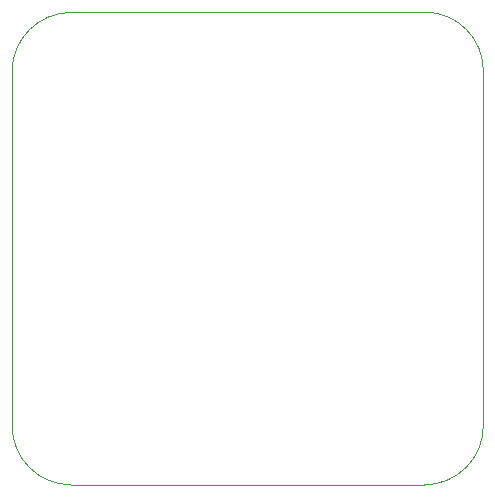
<source format=gbr>
%TF.GenerationSoftware,KiCad,Pcbnew,8.0.2*%
%TF.CreationDate,2024-12-27T17:59:50+11:00*%
%TF.ProjectId,Shutter-TestPlatform,53687574-7465-4722-9d54-657374506c61,rev?*%
%TF.SameCoordinates,Original*%
%TF.FileFunction,Profile,NP*%
%FSLAX46Y46*%
G04 Gerber Fmt 4.6, Leading zero omitted, Abs format (unit mm)*
G04 Created by KiCad (PCBNEW 8.0.2) date 2024-12-27 17:59:50*
%MOMM*%
%LPD*%
G01*
G04 APERTURE LIST*
%TA.AperFunction,Profile*%
%ADD10C,0.050000*%
%TD*%
G04 APERTURE END LIST*
D10*
X185100000Y-95400000D02*
X185100000Y-65400000D01*
X150200000Y-100400000D02*
G75*
G02*
X145200000Y-95400000I0J5000000D01*
G01*
X180187005Y-60374401D02*
X150200000Y-60400000D01*
X185100000Y-95400000D02*
G75*
G02*
X180100000Y-100400000I-5000000J0D01*
G01*
X180187005Y-60374401D02*
G75*
G02*
X185099925Y-65399999I-35205J-4948599D01*
G01*
X145200000Y-65400000D02*
G75*
G02*
X150200000Y-60400000I5000000J0D01*
G01*
X145200000Y-65400000D02*
X145200000Y-95400000D01*
X150200000Y-100400000D02*
X180100000Y-100400000D01*
M02*

</source>
